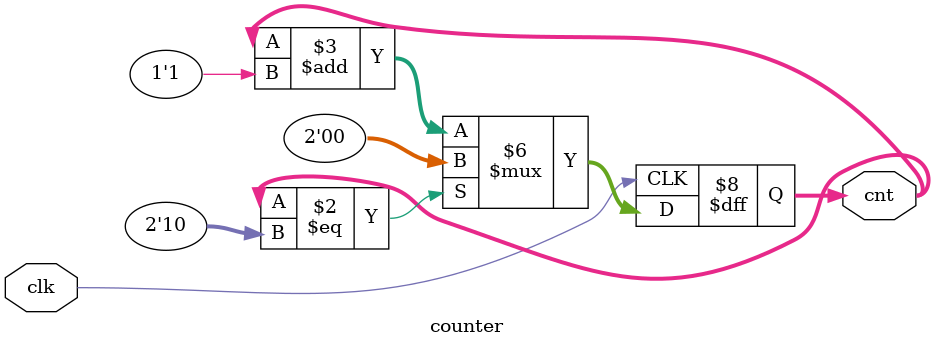
<source format=v>
module counter(clk,cnt);
	input clk;
	output reg [1:0] cnt = 0;
	always@(posedge clk) begin
			if(cnt == 2'b10)
					cnt <= 2'b00;
			else 
					cnt <= cnt + 1'b1;
	end
endmodule

</source>
